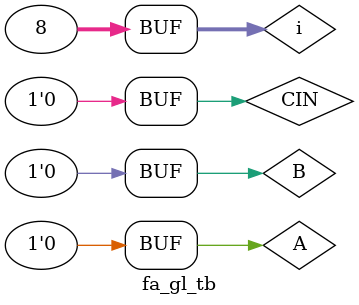
<source format=v>
module fa_gl(S, C, A, B, CIN);
    input A, B, CIN;
    output S, C;

    wire w1, w2, w3;

    xor x1(w1, A, B);
    xor x2(S, w1, CIN);
    and a1(w2, w1, B);
    and a2(w3, A, B);
    or o1(C, w2, w3);
endmodule

module fa_gl_tb;
    reg A, B, CIN;
    wire S, C;
    integer i;
    fa_gl tb(S, C, A, B, CIN);
    initial
    begin
        for (i=3'b0;i<8;i=i+1)
            begin
                {A, B, CIN} = i; #10;
            end
        {A, B, CIN} = 3'b0;
    end
endmodule
</source>
